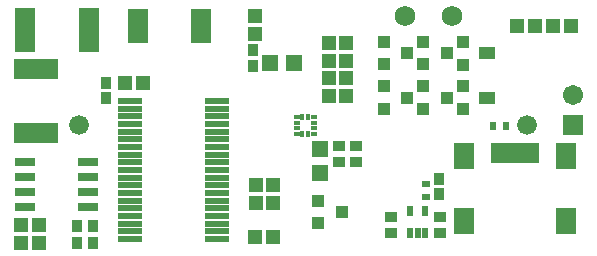
<source format=gts>
G04 Layer_Color=8388736*
%FSLAX25Y25*%
%MOIN*%
G70*
G01*
G75*
%ADD44R,0.04800X0.04800*%
%ADD45R,0.03556X0.04343*%
%ADD46R,0.04800X0.04800*%
%ADD47R,0.05800X0.04400*%
%ADD48R,0.04400X0.04400*%
%ADD49R,0.04343X0.03950*%
%ADD50R,0.01981X0.03753*%
%ADD51R,0.03556X0.04343*%
%ADD52R,0.06902X0.03162*%
%ADD53R,0.05800X0.05800*%
%ADD54R,0.04343X0.03556*%
%ADD55R,0.01784X0.01883*%
%ADD56R,0.01883X0.01784*%
%ADD57R,0.02375X0.03162*%
%ADD58R,0.07887X0.01981*%
%ADD59R,0.07099X0.11824*%
%ADD60R,0.05800X0.05800*%
%ADD61R,0.03162X0.02375*%
%ADD62R,0.07099X0.14579*%
%ADD63R,0.14579X0.07099*%
%ADD64R,0.07099X0.08674*%
%ADD65R,0.03556X0.07099*%
%ADD66C,0.06800*%
%ADD67C,0.06587*%
%ADD68R,0.06706X0.06706*%
%ADD69C,0.06706*%
D44*
X40757Y58100D02*
D03*
X46757D02*
D03*
X90100Y6900D02*
D03*
X84100D02*
D03*
X177399Y77100D02*
D03*
X171399D02*
D03*
X189200D02*
D03*
X183200D02*
D03*
X12119Y10740D02*
D03*
X6119D02*
D03*
X12119Y4939D02*
D03*
X6119D02*
D03*
D45*
X34200Y58328D02*
D03*
Y53210D02*
D03*
X145408Y21159D02*
D03*
Y26277D02*
D03*
X83328Y63972D02*
D03*
Y69090D02*
D03*
D46*
X84200Y24300D02*
D03*
Y18300D02*
D03*
X114301Y65569D02*
D03*
Y71569D02*
D03*
Y59768D02*
D03*
Y53768D02*
D03*
X108500Y59768D02*
D03*
Y53768D02*
D03*
Y65569D02*
D03*
Y71569D02*
D03*
X90001Y24300D02*
D03*
Y18300D02*
D03*
X83928Y74662D02*
D03*
Y80662D02*
D03*
D47*
X161328Y53240D02*
D03*
Y68028D02*
D03*
D48*
X153328Y49540D02*
D03*
Y57040D02*
D03*
Y64328D02*
D03*
Y71828D02*
D03*
D49*
X126863Y71818D02*
D03*
Y64338D02*
D03*
X134737Y68078D02*
D03*
X126863Y57030D02*
D03*
Y49549D02*
D03*
X134737Y53290D02*
D03*
X140081Y57030D02*
D03*
Y49549D02*
D03*
X147955Y53290D02*
D03*
X140081Y71818D02*
D03*
Y64338D02*
D03*
X147955Y68078D02*
D03*
X104966Y18840D02*
D03*
Y11360D02*
D03*
X112840Y15100D02*
D03*
D50*
X135634Y15580D02*
D03*
X138193Y8100D02*
D03*
X140752Y15580D02*
D03*
X135634Y8100D02*
D03*
X140752D02*
D03*
D51*
X24591Y4862D02*
D03*
X30103D02*
D03*
X24591Y10663D02*
D03*
X30103D02*
D03*
D52*
X7170Y31877D02*
D03*
Y26877D02*
D03*
Y21877D02*
D03*
Y16877D02*
D03*
X28430D02*
D03*
Y21877D02*
D03*
Y26877D02*
D03*
Y31877D02*
D03*
D53*
X105695Y28205D02*
D03*
Y36205D02*
D03*
D54*
X129433Y13513D02*
D03*
Y8002D02*
D03*
X117797Y37327D02*
D03*
Y31815D02*
D03*
X111996D02*
D03*
Y37327D02*
D03*
X145581Y8002D02*
D03*
Y13513D02*
D03*
D55*
X101768Y41047D02*
D03*
X99799D02*
D03*
Y46953D02*
D03*
X101768D02*
D03*
D56*
X97830Y43016D02*
D03*
Y44984D02*
D03*
Y46953D02*
D03*
X103736Y44984D02*
D03*
Y43016D02*
D03*
Y41047D02*
D03*
Y46953D02*
D03*
X97830Y41047D02*
D03*
D57*
X163402Y43800D02*
D03*
X167732D02*
D03*
D58*
X71434Y6139D02*
D03*
Y8698D02*
D03*
Y11258D02*
D03*
Y13817D02*
D03*
Y16376D02*
D03*
Y18935D02*
D03*
Y21494D02*
D03*
Y24053D02*
D03*
Y26612D02*
D03*
Y29171D02*
D03*
Y31730D02*
D03*
Y34289D02*
D03*
Y36848D02*
D03*
Y39407D02*
D03*
Y41966D02*
D03*
Y44525D02*
D03*
Y47084D02*
D03*
Y49643D02*
D03*
Y52202D02*
D03*
X42300Y6139D02*
D03*
Y8698D02*
D03*
Y11258D02*
D03*
Y13817D02*
D03*
Y16376D02*
D03*
Y18935D02*
D03*
Y21494D02*
D03*
Y24053D02*
D03*
Y26612D02*
D03*
Y29171D02*
D03*
Y31730D02*
D03*
Y34289D02*
D03*
Y36848D02*
D03*
Y39407D02*
D03*
Y41966D02*
D03*
Y44525D02*
D03*
Y47084D02*
D03*
Y49643D02*
D03*
Y52202D02*
D03*
D59*
X44870Y77151D02*
D03*
X66130D02*
D03*
D60*
X97029Y64700D02*
D03*
X89029D02*
D03*
D61*
X141026Y24506D02*
D03*
Y20175D02*
D03*
D62*
X7269Y75773D02*
D03*
X28528D02*
D03*
D63*
X11009Y62830D02*
D03*
Y41570D02*
D03*
D64*
X153543Y33913D02*
D03*
X187795D02*
D03*
Y12259D02*
D03*
X153543D02*
D03*
D65*
X176969Y34700D02*
D03*
X173819D02*
D03*
X170669D02*
D03*
X167520D02*
D03*
X164370D02*
D03*
D66*
X133858Y80600D02*
D03*
X149606D02*
D03*
D67*
X174744Y44000D02*
D03*
X25256D02*
D03*
D68*
X189834Y44059D02*
D03*
D69*
Y54059D02*
D03*
M02*

</source>
